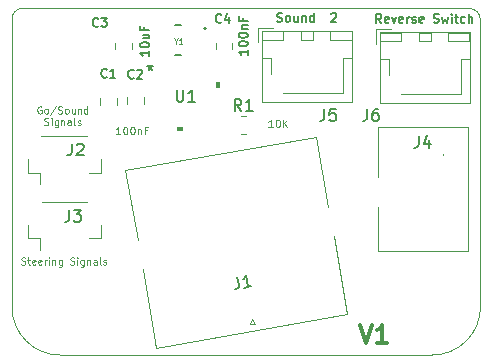
<source format=gbr>
G04 #@! TF.GenerationSoftware,KiCad,Pcbnew,(6.0.0)*
G04 #@! TF.CreationDate,2022-07-24T15:27:52-05:00*
G04 #@! TF.ProjectId,DriveByWireInputSTM32QFN28,44726976-6542-4795-9769-7265496e7075,rev?*
G04 #@! TF.SameCoordinates,Original*
G04 #@! TF.FileFunction,Legend,Top*
G04 #@! TF.FilePolarity,Positive*
%FSLAX46Y46*%
G04 Gerber Fmt 4.6, Leading zero omitted, Abs format (unit mm)*
G04 Created by KiCad (PCBNEW (6.0.0)) date 2022-07-24 15:27:52*
%MOMM*%
%LPD*%
G01*
G04 APERTURE LIST*
%ADD10C,0.300000*%
%ADD11C,0.130000*%
%ADD12C,0.110000*%
G04 #@! TA.AperFunction,Profile*
%ADD13C,0.050000*%
G04 #@! TD*
%ADD14C,0.127000*%
%ADD15C,0.114300*%
%ADD16C,0.150000*%
%ADD17C,0.120132*%
%ADD18C,0.120000*%
%ADD19C,0.200000*%
%ADD20C,0.100000*%
G04 APERTURE END LIST*
D10*
X162085714Y-112208571D02*
X162585714Y-113708571D01*
X163085714Y-112208571D01*
X164371428Y-113708571D02*
X163514285Y-113708571D01*
X163942857Y-113708571D02*
X163942857Y-112208571D01*
X163800000Y-112422857D01*
X163657142Y-112565714D01*
X163514285Y-112637142D01*
D11*
X163857142Y-86619285D02*
X163607142Y-86262142D01*
X163428571Y-86619285D02*
X163428571Y-85869285D01*
X163714285Y-85869285D01*
X163785714Y-85905000D01*
X163821428Y-85940714D01*
X163857142Y-86012142D01*
X163857142Y-86119285D01*
X163821428Y-86190714D01*
X163785714Y-86226428D01*
X163714285Y-86262142D01*
X163428571Y-86262142D01*
X164464285Y-86583571D02*
X164392857Y-86619285D01*
X164250000Y-86619285D01*
X164178571Y-86583571D01*
X164142857Y-86512142D01*
X164142857Y-86226428D01*
X164178571Y-86155000D01*
X164250000Y-86119285D01*
X164392857Y-86119285D01*
X164464285Y-86155000D01*
X164500000Y-86226428D01*
X164500000Y-86297857D01*
X164142857Y-86369285D01*
X164750000Y-86119285D02*
X164928571Y-86619285D01*
X165107142Y-86119285D01*
X165678571Y-86583571D02*
X165607142Y-86619285D01*
X165464285Y-86619285D01*
X165392857Y-86583571D01*
X165357142Y-86512142D01*
X165357142Y-86226428D01*
X165392857Y-86155000D01*
X165464285Y-86119285D01*
X165607142Y-86119285D01*
X165678571Y-86155000D01*
X165714285Y-86226428D01*
X165714285Y-86297857D01*
X165357142Y-86369285D01*
X166035714Y-86619285D02*
X166035714Y-86119285D01*
X166035714Y-86262142D02*
X166071428Y-86190714D01*
X166107142Y-86155000D01*
X166178571Y-86119285D01*
X166250000Y-86119285D01*
X166464285Y-86583571D02*
X166535714Y-86619285D01*
X166678571Y-86619285D01*
X166750000Y-86583571D01*
X166785714Y-86512142D01*
X166785714Y-86476428D01*
X166750000Y-86405000D01*
X166678571Y-86369285D01*
X166571428Y-86369285D01*
X166500000Y-86333571D01*
X166464285Y-86262142D01*
X166464285Y-86226428D01*
X166500000Y-86155000D01*
X166571428Y-86119285D01*
X166678571Y-86119285D01*
X166750000Y-86155000D01*
X167392857Y-86583571D02*
X167321428Y-86619285D01*
X167178571Y-86619285D01*
X167107142Y-86583571D01*
X167071428Y-86512142D01*
X167071428Y-86226428D01*
X167107142Y-86155000D01*
X167178571Y-86119285D01*
X167321428Y-86119285D01*
X167392857Y-86155000D01*
X167428571Y-86226428D01*
X167428571Y-86297857D01*
X167071428Y-86369285D01*
X168285714Y-86583571D02*
X168392857Y-86619285D01*
X168571428Y-86619285D01*
X168642857Y-86583571D01*
X168678571Y-86547857D01*
X168714285Y-86476428D01*
X168714285Y-86405000D01*
X168678571Y-86333571D01*
X168642857Y-86297857D01*
X168571428Y-86262142D01*
X168428571Y-86226428D01*
X168357142Y-86190714D01*
X168321428Y-86155000D01*
X168285714Y-86083571D01*
X168285714Y-86012142D01*
X168321428Y-85940714D01*
X168357142Y-85905000D01*
X168428571Y-85869285D01*
X168607142Y-85869285D01*
X168714285Y-85905000D01*
X168964285Y-86119285D02*
X169107142Y-86619285D01*
X169250000Y-86262142D01*
X169392857Y-86619285D01*
X169535714Y-86119285D01*
X169821428Y-86619285D02*
X169821428Y-86119285D01*
X169821428Y-85869285D02*
X169785714Y-85905000D01*
X169821428Y-85940714D01*
X169857142Y-85905000D01*
X169821428Y-85869285D01*
X169821428Y-85940714D01*
X170071428Y-86119285D02*
X170357142Y-86119285D01*
X170178571Y-85869285D02*
X170178571Y-86512142D01*
X170214285Y-86583571D01*
X170285714Y-86619285D01*
X170357142Y-86619285D01*
X170928571Y-86583571D02*
X170857142Y-86619285D01*
X170714285Y-86619285D01*
X170642857Y-86583571D01*
X170607142Y-86547857D01*
X170571428Y-86476428D01*
X170571428Y-86262142D01*
X170607142Y-86190714D01*
X170642857Y-86155000D01*
X170714285Y-86119285D01*
X170857142Y-86119285D01*
X170928571Y-86155000D01*
X171250000Y-86619285D02*
X171250000Y-85869285D01*
X171571428Y-86619285D02*
X171571428Y-86226428D01*
X171535714Y-86155000D01*
X171464285Y-86119285D01*
X171357142Y-86119285D01*
X171285714Y-86155000D01*
X171250000Y-86190714D01*
X155030000Y-86503571D02*
X155137142Y-86539285D01*
X155315714Y-86539285D01*
X155387142Y-86503571D01*
X155422857Y-86467857D01*
X155458571Y-86396428D01*
X155458571Y-86325000D01*
X155422857Y-86253571D01*
X155387142Y-86217857D01*
X155315714Y-86182142D01*
X155172857Y-86146428D01*
X155101428Y-86110714D01*
X155065714Y-86075000D01*
X155030000Y-86003571D01*
X155030000Y-85932142D01*
X155065714Y-85860714D01*
X155101428Y-85825000D01*
X155172857Y-85789285D01*
X155351428Y-85789285D01*
X155458571Y-85825000D01*
X155887142Y-86539285D02*
X155815714Y-86503571D01*
X155780000Y-86467857D01*
X155744285Y-86396428D01*
X155744285Y-86182142D01*
X155780000Y-86110714D01*
X155815714Y-86075000D01*
X155887142Y-86039285D01*
X155994285Y-86039285D01*
X156065714Y-86075000D01*
X156101428Y-86110714D01*
X156137142Y-86182142D01*
X156137142Y-86396428D01*
X156101428Y-86467857D01*
X156065714Y-86503571D01*
X155994285Y-86539285D01*
X155887142Y-86539285D01*
X156780000Y-86039285D02*
X156780000Y-86539285D01*
X156458571Y-86039285D02*
X156458571Y-86432142D01*
X156494285Y-86503571D01*
X156565714Y-86539285D01*
X156672857Y-86539285D01*
X156744285Y-86503571D01*
X156780000Y-86467857D01*
X157137142Y-86039285D02*
X157137142Y-86539285D01*
X157137142Y-86110714D02*
X157172857Y-86075000D01*
X157244285Y-86039285D01*
X157351428Y-86039285D01*
X157422857Y-86075000D01*
X157458571Y-86146428D01*
X157458571Y-86539285D01*
X158137142Y-86539285D02*
X158137142Y-85789285D01*
X158137142Y-86503571D02*
X158065714Y-86539285D01*
X157922857Y-86539285D01*
X157851428Y-86503571D01*
X157815714Y-86467857D01*
X157780000Y-86396428D01*
X157780000Y-86182142D01*
X157815714Y-86110714D01*
X157851428Y-86075000D01*
X157922857Y-86039285D01*
X158065714Y-86039285D01*
X158137142Y-86075000D01*
X159601428Y-85860714D02*
X159637142Y-85825000D01*
X159708571Y-85789285D01*
X159887142Y-85789285D01*
X159958571Y-85825000D01*
X159994285Y-85860714D01*
X160030000Y-85932142D01*
X160030000Y-86003571D01*
X159994285Y-86110714D01*
X159565714Y-86539285D01*
X160030000Y-86539285D01*
D12*
X135060000Y-93727000D02*
X135002857Y-93698428D01*
X134917142Y-93698428D01*
X134831428Y-93727000D01*
X134774285Y-93784142D01*
X134745714Y-93841285D01*
X134717142Y-93955571D01*
X134717142Y-94041285D01*
X134745714Y-94155571D01*
X134774285Y-94212714D01*
X134831428Y-94269857D01*
X134917142Y-94298428D01*
X134974285Y-94298428D01*
X135060000Y-94269857D01*
X135088571Y-94241285D01*
X135088571Y-94041285D01*
X134974285Y-94041285D01*
X135431428Y-94298428D02*
X135374285Y-94269857D01*
X135345714Y-94241285D01*
X135317142Y-94184142D01*
X135317142Y-94012714D01*
X135345714Y-93955571D01*
X135374285Y-93927000D01*
X135431428Y-93898428D01*
X135517142Y-93898428D01*
X135574285Y-93927000D01*
X135602857Y-93955571D01*
X135631428Y-94012714D01*
X135631428Y-94184142D01*
X135602857Y-94241285D01*
X135574285Y-94269857D01*
X135517142Y-94298428D01*
X135431428Y-94298428D01*
X136317142Y-93669857D02*
X135802857Y-94441285D01*
X136488571Y-94269857D02*
X136574285Y-94298428D01*
X136717142Y-94298428D01*
X136774285Y-94269857D01*
X136802857Y-94241285D01*
X136831428Y-94184142D01*
X136831428Y-94127000D01*
X136802857Y-94069857D01*
X136774285Y-94041285D01*
X136717142Y-94012714D01*
X136602857Y-93984142D01*
X136545714Y-93955571D01*
X136517142Y-93927000D01*
X136488571Y-93869857D01*
X136488571Y-93812714D01*
X136517142Y-93755571D01*
X136545714Y-93727000D01*
X136602857Y-93698428D01*
X136745714Y-93698428D01*
X136831428Y-93727000D01*
X137174285Y-94298428D02*
X137117142Y-94269857D01*
X137088571Y-94241285D01*
X137060000Y-94184142D01*
X137060000Y-94012714D01*
X137088571Y-93955571D01*
X137117142Y-93927000D01*
X137174285Y-93898428D01*
X137260000Y-93898428D01*
X137317142Y-93927000D01*
X137345714Y-93955571D01*
X137374285Y-94012714D01*
X137374285Y-94184142D01*
X137345714Y-94241285D01*
X137317142Y-94269857D01*
X137260000Y-94298428D01*
X137174285Y-94298428D01*
X137888571Y-93898428D02*
X137888571Y-94298428D01*
X137631428Y-93898428D02*
X137631428Y-94212714D01*
X137660000Y-94269857D01*
X137717142Y-94298428D01*
X137802857Y-94298428D01*
X137860000Y-94269857D01*
X137888571Y-94241285D01*
X138174285Y-93898428D02*
X138174285Y-94298428D01*
X138174285Y-93955571D02*
X138202857Y-93927000D01*
X138260000Y-93898428D01*
X138345714Y-93898428D01*
X138402857Y-93927000D01*
X138431428Y-93984142D01*
X138431428Y-94298428D01*
X138974285Y-94298428D02*
X138974285Y-93698428D01*
X138974285Y-94269857D02*
X138917142Y-94298428D01*
X138802857Y-94298428D01*
X138745714Y-94269857D01*
X138717142Y-94241285D01*
X138688571Y-94184142D01*
X138688571Y-94012714D01*
X138717142Y-93955571D01*
X138745714Y-93927000D01*
X138802857Y-93898428D01*
X138917142Y-93898428D01*
X138974285Y-93927000D01*
X135331428Y-95235857D02*
X135417142Y-95264428D01*
X135560000Y-95264428D01*
X135617142Y-95235857D01*
X135645714Y-95207285D01*
X135674285Y-95150142D01*
X135674285Y-95093000D01*
X135645714Y-95035857D01*
X135617142Y-95007285D01*
X135560000Y-94978714D01*
X135445714Y-94950142D01*
X135388571Y-94921571D01*
X135360000Y-94893000D01*
X135331428Y-94835857D01*
X135331428Y-94778714D01*
X135360000Y-94721571D01*
X135388571Y-94693000D01*
X135445714Y-94664428D01*
X135588571Y-94664428D01*
X135674285Y-94693000D01*
X135931428Y-95264428D02*
X135931428Y-94864428D01*
X135931428Y-94664428D02*
X135902857Y-94693000D01*
X135931428Y-94721571D01*
X135960000Y-94693000D01*
X135931428Y-94664428D01*
X135931428Y-94721571D01*
X136474285Y-94864428D02*
X136474285Y-95350142D01*
X136445714Y-95407285D01*
X136417142Y-95435857D01*
X136360000Y-95464428D01*
X136274285Y-95464428D01*
X136217142Y-95435857D01*
X136474285Y-95235857D02*
X136417142Y-95264428D01*
X136302857Y-95264428D01*
X136245714Y-95235857D01*
X136217142Y-95207285D01*
X136188571Y-95150142D01*
X136188571Y-94978714D01*
X136217142Y-94921571D01*
X136245714Y-94893000D01*
X136302857Y-94864428D01*
X136417142Y-94864428D01*
X136474285Y-94893000D01*
X136760000Y-94864428D02*
X136760000Y-95264428D01*
X136760000Y-94921571D02*
X136788571Y-94893000D01*
X136845714Y-94864428D01*
X136931428Y-94864428D01*
X136988571Y-94893000D01*
X137017142Y-94950142D01*
X137017142Y-95264428D01*
X137560000Y-95264428D02*
X137560000Y-94950142D01*
X137531428Y-94893000D01*
X137474285Y-94864428D01*
X137360000Y-94864428D01*
X137302857Y-94893000D01*
X137560000Y-95235857D02*
X137502857Y-95264428D01*
X137360000Y-95264428D01*
X137302857Y-95235857D01*
X137274285Y-95178714D01*
X137274285Y-95121571D01*
X137302857Y-95064428D01*
X137360000Y-95035857D01*
X137502857Y-95035857D01*
X137560000Y-95007285D01*
X137931428Y-95264428D02*
X137874285Y-95235857D01*
X137845714Y-95178714D01*
X137845714Y-94664428D01*
X138131428Y-95235857D02*
X138188571Y-95264428D01*
X138302857Y-95264428D01*
X138360000Y-95235857D01*
X138388571Y-95178714D01*
X138388571Y-95150142D01*
X138360000Y-95093000D01*
X138302857Y-95064428D01*
X138217142Y-95064428D01*
X138160000Y-95035857D01*
X138131428Y-94978714D01*
X138131428Y-94950142D01*
X138160000Y-94893000D01*
X138217142Y-94864428D01*
X138302857Y-94864428D01*
X138360000Y-94893000D01*
X133380000Y-107052857D02*
X133465714Y-107081428D01*
X133608571Y-107081428D01*
X133665714Y-107052857D01*
X133694285Y-107024285D01*
X133722857Y-106967142D01*
X133722857Y-106910000D01*
X133694285Y-106852857D01*
X133665714Y-106824285D01*
X133608571Y-106795714D01*
X133494285Y-106767142D01*
X133437142Y-106738571D01*
X133408571Y-106710000D01*
X133380000Y-106652857D01*
X133380000Y-106595714D01*
X133408571Y-106538571D01*
X133437142Y-106510000D01*
X133494285Y-106481428D01*
X133637142Y-106481428D01*
X133722857Y-106510000D01*
X133894285Y-106681428D02*
X134122857Y-106681428D01*
X133980000Y-106481428D02*
X133980000Y-106995714D01*
X134008571Y-107052857D01*
X134065714Y-107081428D01*
X134122857Y-107081428D01*
X134551428Y-107052857D02*
X134494285Y-107081428D01*
X134380000Y-107081428D01*
X134322857Y-107052857D01*
X134294285Y-106995714D01*
X134294285Y-106767142D01*
X134322857Y-106710000D01*
X134380000Y-106681428D01*
X134494285Y-106681428D01*
X134551428Y-106710000D01*
X134580000Y-106767142D01*
X134580000Y-106824285D01*
X134294285Y-106881428D01*
X135065714Y-107052857D02*
X135008571Y-107081428D01*
X134894285Y-107081428D01*
X134837142Y-107052857D01*
X134808571Y-106995714D01*
X134808571Y-106767142D01*
X134837142Y-106710000D01*
X134894285Y-106681428D01*
X135008571Y-106681428D01*
X135065714Y-106710000D01*
X135094285Y-106767142D01*
X135094285Y-106824285D01*
X134808571Y-106881428D01*
X135351428Y-107081428D02*
X135351428Y-106681428D01*
X135351428Y-106795714D02*
X135380000Y-106738571D01*
X135408571Y-106710000D01*
X135465714Y-106681428D01*
X135522857Y-106681428D01*
X135722857Y-107081428D02*
X135722857Y-106681428D01*
X135722857Y-106481428D02*
X135694285Y-106510000D01*
X135722857Y-106538571D01*
X135751428Y-106510000D01*
X135722857Y-106481428D01*
X135722857Y-106538571D01*
X136008571Y-106681428D02*
X136008571Y-107081428D01*
X136008571Y-106738571D02*
X136037142Y-106710000D01*
X136094285Y-106681428D01*
X136180000Y-106681428D01*
X136237142Y-106710000D01*
X136265714Y-106767142D01*
X136265714Y-107081428D01*
X136808571Y-106681428D02*
X136808571Y-107167142D01*
X136780000Y-107224285D01*
X136751428Y-107252857D01*
X136694285Y-107281428D01*
X136608571Y-107281428D01*
X136551428Y-107252857D01*
X136808571Y-107052857D02*
X136751428Y-107081428D01*
X136637142Y-107081428D01*
X136580000Y-107052857D01*
X136551428Y-107024285D01*
X136522857Y-106967142D01*
X136522857Y-106795714D01*
X136551428Y-106738571D01*
X136580000Y-106710000D01*
X136637142Y-106681428D01*
X136751428Y-106681428D01*
X136808571Y-106710000D01*
X137522857Y-107052857D02*
X137608571Y-107081428D01*
X137751428Y-107081428D01*
X137808571Y-107052857D01*
X137837142Y-107024285D01*
X137865714Y-106967142D01*
X137865714Y-106910000D01*
X137837142Y-106852857D01*
X137808571Y-106824285D01*
X137751428Y-106795714D01*
X137637142Y-106767142D01*
X137580000Y-106738571D01*
X137551428Y-106710000D01*
X137522857Y-106652857D01*
X137522857Y-106595714D01*
X137551428Y-106538571D01*
X137580000Y-106510000D01*
X137637142Y-106481428D01*
X137780000Y-106481428D01*
X137865714Y-106510000D01*
X138122857Y-107081428D02*
X138122857Y-106681428D01*
X138122857Y-106481428D02*
X138094285Y-106510000D01*
X138122857Y-106538571D01*
X138151428Y-106510000D01*
X138122857Y-106481428D01*
X138122857Y-106538571D01*
X138665714Y-106681428D02*
X138665714Y-107167142D01*
X138637142Y-107224285D01*
X138608571Y-107252857D01*
X138551428Y-107281428D01*
X138465714Y-107281428D01*
X138408571Y-107252857D01*
X138665714Y-107052857D02*
X138608571Y-107081428D01*
X138494285Y-107081428D01*
X138437142Y-107052857D01*
X138408571Y-107024285D01*
X138380000Y-106967142D01*
X138380000Y-106795714D01*
X138408571Y-106738571D01*
X138437142Y-106710000D01*
X138494285Y-106681428D01*
X138608571Y-106681428D01*
X138665714Y-106710000D01*
X138951428Y-106681428D02*
X138951428Y-107081428D01*
X138951428Y-106738571D02*
X138980000Y-106710000D01*
X139037142Y-106681428D01*
X139122857Y-106681428D01*
X139180000Y-106710000D01*
X139208571Y-106767142D01*
X139208571Y-107081428D01*
X139751428Y-107081428D02*
X139751428Y-106767142D01*
X139722857Y-106710000D01*
X139665714Y-106681428D01*
X139551428Y-106681428D01*
X139494285Y-106710000D01*
X139751428Y-107052857D02*
X139694285Y-107081428D01*
X139551428Y-107081428D01*
X139494285Y-107052857D01*
X139465714Y-106995714D01*
X139465714Y-106938571D01*
X139494285Y-106881428D01*
X139551428Y-106852857D01*
X139694285Y-106852857D01*
X139751428Y-106824285D01*
X140122857Y-107081428D02*
X140065714Y-107052857D01*
X140037142Y-106995714D01*
X140037142Y-106481428D01*
X140322857Y-107052857D02*
X140380000Y-107081428D01*
X140494285Y-107081428D01*
X140551428Y-107052857D01*
X140580000Y-106995714D01*
X140580000Y-106967142D01*
X140551428Y-106910000D01*
X140494285Y-106881428D01*
X140408571Y-106881428D01*
X140351428Y-106852857D01*
X140322857Y-106795714D01*
X140322857Y-106767142D01*
X140351428Y-106710000D01*
X140408571Y-106681428D01*
X140494285Y-106681428D01*
X140551428Y-106710000D01*
D13*
X132588000Y-110680500D02*
G75*
G03*
X136652000Y-114744500I4064000J0D01*
G01*
X172239940Y-86360000D02*
X172250164Y-110667800D01*
X132588000Y-110680500D02*
X132588000Y-86296602D01*
X172239940Y-86360000D02*
G75*
G03*
X171279873Y-85389743I-965162J5095D01*
G01*
X168153080Y-114744500D02*
G75*
G03*
X172250164Y-110667800I22733J4074289D01*
G01*
X171279820Y-85389720D02*
X133489685Y-85389720D01*
X133489685Y-85389720D02*
G75*
G03*
X132588000Y-86296602I0J-901700D01*
G01*
X168153080Y-114744500D02*
X136652000Y-114744500D01*
D14*
X140603000Y-91192142D02*
X140566714Y-91228428D01*
X140457857Y-91264714D01*
X140385285Y-91264714D01*
X140276428Y-91228428D01*
X140203857Y-91155857D01*
X140167571Y-91083285D01*
X140131285Y-90938142D01*
X140131285Y-90829285D01*
X140167571Y-90684142D01*
X140203857Y-90611571D01*
X140276428Y-90539000D01*
X140385285Y-90502714D01*
X140457857Y-90502714D01*
X140566714Y-90539000D01*
X140603000Y-90575285D01*
X141328714Y-91264714D02*
X140893285Y-91264714D01*
X141111000Y-91264714D02*
X141111000Y-90502714D01*
X141038428Y-90611571D01*
X140965857Y-90684142D01*
X140893285Y-90720428D01*
D15*
X141757261Y-96057261D02*
X141394404Y-96057261D01*
X141575833Y-96057261D02*
X141575833Y-95422261D01*
X141515357Y-95512976D01*
X141454880Y-95573452D01*
X141394404Y-95603690D01*
X142150357Y-95422261D02*
X142210833Y-95422261D01*
X142271309Y-95452500D01*
X142301547Y-95482738D01*
X142331785Y-95543214D01*
X142362023Y-95664166D01*
X142362023Y-95815357D01*
X142331785Y-95936309D01*
X142301547Y-95996785D01*
X142271309Y-96027023D01*
X142210833Y-96057261D01*
X142150357Y-96057261D01*
X142089880Y-96027023D01*
X142059642Y-95996785D01*
X142029404Y-95936309D01*
X141999166Y-95815357D01*
X141999166Y-95664166D01*
X142029404Y-95543214D01*
X142059642Y-95482738D01*
X142089880Y-95452500D01*
X142150357Y-95422261D01*
X142755119Y-95422261D02*
X142815595Y-95422261D01*
X142876071Y-95452500D01*
X142906309Y-95482738D01*
X142936547Y-95543214D01*
X142966785Y-95664166D01*
X142966785Y-95815357D01*
X142936547Y-95936309D01*
X142906309Y-95996785D01*
X142876071Y-96027023D01*
X142815595Y-96057261D01*
X142755119Y-96057261D01*
X142694642Y-96027023D01*
X142664404Y-95996785D01*
X142634166Y-95936309D01*
X142603928Y-95815357D01*
X142603928Y-95664166D01*
X142634166Y-95543214D01*
X142664404Y-95482738D01*
X142694642Y-95452500D01*
X142755119Y-95422261D01*
X143238928Y-95633928D02*
X143238928Y-96057261D01*
X143238928Y-95694404D02*
X143269166Y-95664166D01*
X143329642Y-95633928D01*
X143420357Y-95633928D01*
X143480833Y-95664166D01*
X143511071Y-95724642D01*
X143511071Y-96057261D01*
X144025119Y-95724642D02*
X143813452Y-95724642D01*
X143813452Y-96057261D02*
X143813452Y-95422261D01*
X144115833Y-95422261D01*
D14*
X142876040Y-91272062D02*
X142839754Y-91308348D01*
X142730897Y-91344634D01*
X142658325Y-91344634D01*
X142549468Y-91308348D01*
X142476897Y-91235777D01*
X142440611Y-91163205D01*
X142404325Y-91018062D01*
X142404325Y-90909205D01*
X142440611Y-90764062D01*
X142476897Y-90691491D01*
X142549468Y-90618920D01*
X142658325Y-90582634D01*
X142730897Y-90582634D01*
X142839754Y-90618920D01*
X142876040Y-90655205D01*
X143166325Y-90655205D02*
X143202611Y-90618920D01*
X143275182Y-90582634D01*
X143456611Y-90582634D01*
X143529182Y-90618920D01*
X143565468Y-90655205D01*
X143601754Y-90727777D01*
X143601754Y-90800348D01*
X143565468Y-90909205D01*
X143130040Y-91344634D01*
X143601754Y-91344634D01*
X139893000Y-86872142D02*
X139856714Y-86908428D01*
X139747857Y-86944714D01*
X139675285Y-86944714D01*
X139566428Y-86908428D01*
X139493857Y-86835857D01*
X139457571Y-86763285D01*
X139421285Y-86618142D01*
X139421285Y-86509285D01*
X139457571Y-86364142D01*
X139493857Y-86291571D01*
X139566428Y-86219000D01*
X139675285Y-86182714D01*
X139747857Y-86182714D01*
X139856714Y-86219000D01*
X139893000Y-86255285D01*
X140147000Y-86182714D02*
X140618714Y-86182714D01*
X140364714Y-86473000D01*
X140473571Y-86473000D01*
X140546142Y-86509285D01*
X140582428Y-86545571D01*
X140618714Y-86618142D01*
X140618714Y-86799571D01*
X140582428Y-86872142D01*
X140546142Y-86908428D01*
X140473571Y-86944714D01*
X140255857Y-86944714D01*
X140183285Y-86908428D01*
X140147000Y-86872142D01*
X144184714Y-88996428D02*
X144184714Y-89431857D01*
X144184714Y-89214142D02*
X143422714Y-89214142D01*
X143531571Y-89286714D01*
X143604142Y-89359285D01*
X143640428Y-89431857D01*
X143422714Y-88524714D02*
X143422714Y-88452142D01*
X143459000Y-88379571D01*
X143495285Y-88343285D01*
X143567857Y-88307000D01*
X143713000Y-88270714D01*
X143894428Y-88270714D01*
X144039571Y-88307000D01*
X144112142Y-88343285D01*
X144148428Y-88379571D01*
X144184714Y-88452142D01*
X144184714Y-88524714D01*
X144148428Y-88597285D01*
X144112142Y-88633571D01*
X144039571Y-88669857D01*
X143894428Y-88706142D01*
X143713000Y-88706142D01*
X143567857Y-88669857D01*
X143495285Y-88633571D01*
X143459000Y-88597285D01*
X143422714Y-88524714D01*
X143676714Y-87617571D02*
X144184714Y-87617571D01*
X143676714Y-87944142D02*
X144075857Y-87944142D01*
X144148428Y-87907857D01*
X144184714Y-87835285D01*
X144184714Y-87726428D01*
X144148428Y-87653857D01*
X144112142Y-87617571D01*
X143785571Y-87000714D02*
X143785571Y-87254714D01*
X144184714Y-87254714D02*
X143422714Y-87254714D01*
X143422714Y-86891857D01*
D16*
X137646946Y-96842120D02*
X137646946Y-97556406D01*
X137599327Y-97699263D01*
X137504089Y-97794501D01*
X137361232Y-97842120D01*
X137265994Y-97842120D01*
X138075518Y-96937359D02*
X138123137Y-96889740D01*
X138218375Y-96842120D01*
X138456470Y-96842120D01*
X138551708Y-96889740D01*
X138599327Y-96937359D01*
X138646946Y-97032597D01*
X138646946Y-97127835D01*
X138599327Y-97270692D01*
X138027899Y-97842120D01*
X138646946Y-97842120D01*
X137433586Y-102442820D02*
X137433586Y-103157106D01*
X137385967Y-103299963D01*
X137290729Y-103395201D01*
X137147872Y-103442820D01*
X137052634Y-103442820D01*
X137814539Y-102442820D02*
X138433586Y-102442820D01*
X138100253Y-102823773D01*
X138243110Y-102823773D01*
X138338348Y-102871392D01*
X138385967Y-102919011D01*
X138433586Y-103014249D01*
X138433586Y-103252344D01*
X138385967Y-103347582D01*
X138338348Y-103395201D01*
X138243110Y-103442820D01*
X137957396Y-103442820D01*
X137862158Y-103395201D01*
X137814539Y-103347582D01*
X151673786Y-108132046D02*
X151797821Y-108835480D01*
X151775732Y-108984436D01*
X151698479Y-109094765D01*
X151566061Y-109166467D01*
X151472270Y-109183005D01*
X152832242Y-108943205D02*
X152269495Y-109042433D01*
X152550868Y-108992819D02*
X152377220Y-108008011D01*
X152308236Y-108165236D01*
X152230983Y-108275565D01*
X152145460Y-108338999D01*
X150303000Y-86550202D02*
X150266714Y-86586488D01*
X150157857Y-86622774D01*
X150085285Y-86622774D01*
X149976428Y-86586488D01*
X149903857Y-86513917D01*
X149867571Y-86441345D01*
X149831285Y-86296202D01*
X149831285Y-86187345D01*
X149867571Y-86042202D01*
X149903857Y-85969631D01*
X149976428Y-85897060D01*
X150085285Y-85860774D01*
X150157857Y-85860774D01*
X150266714Y-85897060D01*
X150303000Y-85933345D01*
X150956142Y-86114774D02*
X150956142Y-86622774D01*
X150774714Y-85824488D02*
X150593285Y-86368774D01*
X151065000Y-86368774D01*
X152532394Y-88894985D02*
X152532394Y-89330414D01*
X152532394Y-89112700D02*
X151770394Y-89112700D01*
X151879251Y-89185271D01*
X151951822Y-89257842D01*
X151988108Y-89330414D01*
X151770394Y-88423271D02*
X151770394Y-88350700D01*
X151806680Y-88278128D01*
X151842965Y-88241842D01*
X151915537Y-88205557D01*
X152060680Y-88169271D01*
X152242108Y-88169271D01*
X152387251Y-88205557D01*
X152459822Y-88241842D01*
X152496108Y-88278128D01*
X152532394Y-88350700D01*
X152532394Y-88423271D01*
X152496108Y-88495842D01*
X152459822Y-88532128D01*
X152387251Y-88568414D01*
X152242108Y-88604700D01*
X152060680Y-88604700D01*
X151915537Y-88568414D01*
X151842965Y-88532128D01*
X151806680Y-88495842D01*
X151770394Y-88423271D01*
X151770394Y-87697557D02*
X151770394Y-87624985D01*
X151806680Y-87552414D01*
X151842965Y-87516128D01*
X151915537Y-87479842D01*
X152060680Y-87443557D01*
X152242108Y-87443557D01*
X152387251Y-87479842D01*
X152459822Y-87516128D01*
X152496108Y-87552414D01*
X152532394Y-87624985D01*
X152532394Y-87697557D01*
X152496108Y-87770128D01*
X152459822Y-87806414D01*
X152387251Y-87842700D01*
X152242108Y-87878985D01*
X152060680Y-87878985D01*
X151915537Y-87842700D01*
X151842965Y-87806414D01*
X151806680Y-87770128D01*
X151770394Y-87697557D01*
X152024394Y-87116985D02*
X152532394Y-87116985D01*
X152096965Y-87116985D02*
X152060680Y-87080700D01*
X152024394Y-87008128D01*
X152024394Y-86899271D01*
X152060680Y-86826700D01*
X152133251Y-86790414D01*
X152532394Y-86790414D01*
X152133251Y-86173557D02*
X152133251Y-86427557D01*
X152532394Y-86427557D02*
X151770394Y-86427557D01*
X151770394Y-86064700D01*
D17*
X146447057Y-88169078D02*
X146447057Y-88397901D01*
X146286881Y-87917374D02*
X146447057Y-88169078D01*
X146607233Y-87917374D01*
X147019113Y-88397901D02*
X146744526Y-88397901D01*
X146881820Y-88397901D02*
X146881820Y-87917374D01*
X146836055Y-87986020D01*
X146790291Y-88031785D01*
X146744526Y-88054667D01*
D16*
X146513415Y-92283640D02*
X146513415Y-93093164D01*
X146561034Y-93188402D01*
X146608653Y-93236021D01*
X146703891Y-93283640D01*
X146894367Y-93283640D01*
X146989605Y-93236021D01*
X147037224Y-93188402D01*
X147084843Y-93093164D01*
X147084843Y-92283640D01*
X148084843Y-93283640D02*
X147513415Y-93283640D01*
X147799129Y-93283640D02*
X147799129Y-92283640D01*
X147703891Y-92426498D01*
X147608653Y-92521736D01*
X147513415Y-92569355D01*
X144295646Y-90151310D02*
X144295646Y-90389406D01*
X144057550Y-90294168D02*
X144295646Y-90389406D01*
X144533741Y-90294168D01*
X144152788Y-90579882D02*
X144295646Y-90389406D01*
X144438503Y-90579882D01*
X144295646Y-90151310D02*
X144295646Y-90389406D01*
X144057550Y-90294168D02*
X144295646Y-90389406D01*
X144533741Y-90294168D01*
X144152788Y-90579882D02*
X144295646Y-90389406D01*
X144438503Y-90579882D01*
X162656666Y-93912380D02*
X162656666Y-94626666D01*
X162609047Y-94769523D01*
X162513809Y-94864761D01*
X162370952Y-94912380D01*
X162275714Y-94912380D01*
X163561428Y-93912380D02*
X163370952Y-93912380D01*
X163275714Y-93960000D01*
X163228095Y-94007619D01*
X163132857Y-94150476D01*
X163085238Y-94340952D01*
X163085238Y-94721904D01*
X163132857Y-94817142D01*
X163180476Y-94864761D01*
X163275714Y-94912380D01*
X163466190Y-94912380D01*
X163561428Y-94864761D01*
X163609047Y-94817142D01*
X163656666Y-94721904D01*
X163656666Y-94483809D01*
X163609047Y-94388571D01*
X163561428Y-94340952D01*
X163466190Y-94293333D01*
X163275714Y-94293333D01*
X163180476Y-94340952D01*
X163132857Y-94388571D01*
X163085238Y-94483809D01*
X167016666Y-96197380D02*
X167016666Y-96911666D01*
X166969047Y-97054523D01*
X166873809Y-97149761D01*
X166730952Y-97197380D01*
X166635714Y-97197380D01*
X167921428Y-96530714D02*
X167921428Y-97197380D01*
X167683333Y-96149761D02*
X167445238Y-96864047D01*
X168064285Y-96864047D01*
X152003333Y-94072380D02*
X151670000Y-93596190D01*
X151431904Y-94072380D02*
X151431904Y-93072380D01*
X151812857Y-93072380D01*
X151908095Y-93120000D01*
X151955714Y-93167619D01*
X152003333Y-93262857D01*
X152003333Y-93405714D01*
X151955714Y-93500952D01*
X151908095Y-93548571D01*
X151812857Y-93596190D01*
X151431904Y-93596190D01*
X152955714Y-94072380D02*
X152384285Y-94072380D01*
X152670000Y-94072380D02*
X152670000Y-93072380D01*
X152574761Y-93215238D01*
X152479523Y-93310476D01*
X152384285Y-93358095D01*
D12*
X154661547Y-95447261D02*
X154298690Y-95447261D01*
X154480119Y-95447261D02*
X154480119Y-94812261D01*
X154419642Y-94902976D01*
X154359166Y-94963452D01*
X154298690Y-94993690D01*
X155054642Y-94812261D02*
X155115119Y-94812261D01*
X155175595Y-94842500D01*
X155205833Y-94872738D01*
X155236071Y-94933214D01*
X155266309Y-95054166D01*
X155266309Y-95205357D01*
X155236071Y-95326309D01*
X155205833Y-95386785D01*
X155175595Y-95417023D01*
X155115119Y-95447261D01*
X155054642Y-95447261D01*
X154994166Y-95417023D01*
X154963928Y-95386785D01*
X154933690Y-95326309D01*
X154903452Y-95205357D01*
X154903452Y-95054166D01*
X154933690Y-94933214D01*
X154963928Y-94872738D01*
X154994166Y-94842500D01*
X155054642Y-94812261D01*
X155538452Y-95447261D02*
X155538452Y-94812261D01*
X155901309Y-95447261D02*
X155629166Y-95084404D01*
X155901309Y-94812261D02*
X155538452Y-95175119D01*
D16*
X159026666Y-93912380D02*
X159026666Y-94626666D01*
X158979047Y-94769523D01*
X158883809Y-94864761D01*
X158740952Y-94912380D01*
X158645714Y-94912380D01*
X159979047Y-93912380D02*
X159502857Y-93912380D01*
X159455238Y-94388571D01*
X159502857Y-94340952D01*
X159598095Y-94293333D01*
X159836190Y-94293333D01*
X159931428Y-94340952D01*
X159979047Y-94388571D01*
X160026666Y-94483809D01*
X160026666Y-94721904D01*
X159979047Y-94817142D01*
X159931428Y-94864761D01*
X159836190Y-94912380D01*
X159598095Y-94912380D01*
X159502857Y-94864761D01*
X159455238Y-94817142D01*
D18*
X141464740Y-93011968D02*
X141464740Y-93534472D01*
X139994740Y-93011968D02*
X139994740Y-93534472D01*
X142288360Y-92933228D02*
X142288360Y-93455732D01*
X143758360Y-92933228D02*
X143758360Y-93455732D01*
X141313000Y-88850712D02*
X141313000Y-88328208D01*
X142783000Y-88850712D02*
X142783000Y-88328208D01*
X133900000Y-98160000D02*
X133900000Y-99310000D01*
X140120000Y-99310000D02*
X139070000Y-99310000D01*
X135070000Y-96190000D02*
X138950000Y-96190000D01*
X134950000Y-99310000D02*
X134950000Y-100300000D01*
X133900000Y-99310000D02*
X134950000Y-99310000D01*
X140120000Y-98160000D02*
X140120000Y-99310000D01*
X133925400Y-104872600D02*
X134975400Y-104872600D01*
X135095400Y-101752600D02*
X138975400Y-101752600D01*
X134975400Y-104872600D02*
X134975400Y-105862600D01*
X140145400Y-103722600D02*
X140145400Y-104872600D01*
X140145400Y-104872600D02*
X139095400Y-104872600D01*
X133925400Y-103722600D02*
X133925400Y-104872600D01*
X143647451Y-107485501D02*
X144814425Y-114114569D01*
X142168027Y-99106098D02*
X143212031Y-105026940D01*
X158328722Y-96256532D02*
X159372726Y-102177373D01*
X142168027Y-99106098D02*
X158328722Y-96256532D01*
X152892738Y-111692000D02*
X152757601Y-112154289D01*
X159808146Y-104635934D02*
X160975121Y-111265002D01*
X152757601Y-112154289D02*
X153190345Y-112077985D01*
X153190345Y-112077985D02*
X152892738Y-111692000D01*
X144814425Y-114114569D02*
X160975121Y-111265002D01*
X149816520Y-88305482D02*
X149816520Y-88822638D01*
X151236520Y-88305482D02*
X151236520Y-88822638D01*
D14*
X146915720Y-89341620D02*
X146415720Y-89341620D01*
X146915720Y-86841620D02*
X146415720Y-86841620D01*
D19*
X149040720Y-87097620D02*
G75*
G03*
X149040720Y-87097620I-100000J0D01*
G01*
D20*
X146584440Y-95429934D02*
X146584440Y-95683934D01*
X146584440Y-95683934D02*
X146965440Y-95683934D01*
X146965440Y-95683934D02*
X146965440Y-95429934D01*
X146965440Y-95429934D02*
X146584440Y-95429934D01*
G36*
X146965440Y-95683934D02*
G01*
X146584440Y-95683934D01*
X146584440Y-95429934D01*
X146965440Y-95429934D01*
X146965440Y-95683934D01*
G37*
X146965440Y-95683934D02*
X146584440Y-95683934D01*
X146584440Y-95429934D01*
X146965440Y-95429934D01*
X146965440Y-95683934D01*
X150127994Y-91640000D02*
X150127994Y-92021000D01*
X150127994Y-92021000D02*
X149873994Y-92021000D01*
X149873994Y-92021000D02*
X149873994Y-91640000D01*
X149873994Y-91640000D02*
X150127994Y-91640000D01*
G36*
X150127994Y-92021000D02*
G01*
X149873994Y-92021000D01*
X149873994Y-91640000D01*
X150127994Y-91640000D01*
X150127994Y-92021000D01*
G37*
X150127994Y-92021000D02*
X149873994Y-92021000D01*
X149873994Y-91640000D01*
X150127994Y-91640000D01*
X150127994Y-92021000D01*
D18*
X171330000Y-93400000D02*
X171330000Y-87430000D01*
X170570000Y-89690000D02*
X170570000Y-92640000D01*
X171330000Y-87430000D02*
X163710000Y-87430000D01*
X163720000Y-88190000D02*
X165520000Y-88190000D01*
X167020000Y-88190000D02*
X168020000Y-88190000D01*
X163420000Y-87140000D02*
X163420000Y-88390000D01*
X170570000Y-92640000D02*
X167520000Y-92640000D01*
X171320000Y-88190000D02*
X171320000Y-87440000D01*
X171320000Y-89690000D02*
X170570000Y-89690000D01*
X167520000Y-92640000D02*
X165530000Y-92640000D01*
X165520000Y-87440000D02*
X163720000Y-87440000D01*
X167020000Y-87440000D02*
X167020000Y-88190000D01*
X163710000Y-93400000D02*
X171330000Y-93400000D01*
X163720000Y-87440000D02*
X163720000Y-88190000D01*
X164670000Y-87140000D02*
X163420000Y-87140000D01*
X169520000Y-87440000D02*
X169520000Y-88190000D01*
X168020000Y-88190000D02*
X168020000Y-87440000D01*
X163710000Y-87430000D02*
X163710000Y-93400000D01*
X164470000Y-89690000D02*
X164470000Y-91030000D01*
X169520000Y-88190000D02*
X171320000Y-88190000D01*
X168020000Y-87440000D02*
X167020000Y-87440000D01*
X171320000Y-87440000D02*
X169520000Y-87440000D01*
X163720000Y-89690000D02*
X164470000Y-89690000D01*
X165520000Y-88190000D02*
X165520000Y-87440000D01*
X163540000Y-105980000D02*
X171160000Y-105980000D01*
X169115000Y-97745000D02*
X169115000Y-97810000D01*
X163540000Y-95480000D02*
X171160000Y-95480000D01*
X163540000Y-105980000D02*
X163540000Y-102250000D01*
X163540000Y-95480000D02*
X163540000Y-99710000D01*
X171160000Y-95480000D02*
X171160000Y-105980000D01*
X151942936Y-96005000D02*
X152397064Y-96005000D01*
X151942936Y-94535000D02*
X152397064Y-94535000D01*
X155550000Y-87325000D02*
X153750000Y-87325000D01*
X153740000Y-93285000D02*
X161360000Y-93285000D01*
X160600000Y-89575000D02*
X160600000Y-92525000D01*
X154700000Y-87025000D02*
X153450000Y-87025000D01*
X153740000Y-87315000D02*
X153740000Y-93285000D01*
X154500000Y-89575000D02*
X154500000Y-90915000D01*
X158050000Y-87325000D02*
X157050000Y-87325000D01*
X153750000Y-89575000D02*
X154500000Y-89575000D01*
X157550000Y-92525000D02*
X155560000Y-92525000D01*
X161350000Y-88075000D02*
X161350000Y-87325000D01*
X159550000Y-87325000D02*
X159550000Y-88075000D01*
X158050000Y-88075000D02*
X158050000Y-87325000D01*
X153750000Y-88075000D02*
X155550000Y-88075000D01*
X153750000Y-87325000D02*
X153750000Y-88075000D01*
X161360000Y-87315000D02*
X153740000Y-87315000D01*
X153450000Y-87025000D02*
X153450000Y-88275000D01*
X160600000Y-92525000D02*
X157550000Y-92525000D01*
X161360000Y-93285000D02*
X161360000Y-87315000D01*
X161350000Y-89575000D02*
X160600000Y-89575000D01*
X161350000Y-87325000D02*
X159550000Y-87325000D01*
X159550000Y-88075000D02*
X161350000Y-88075000D01*
X157050000Y-87325000D02*
X157050000Y-88075000D01*
X155550000Y-88075000D02*
X155550000Y-87325000D01*
X157050000Y-88075000D02*
X158050000Y-88075000D01*
M02*

</source>
